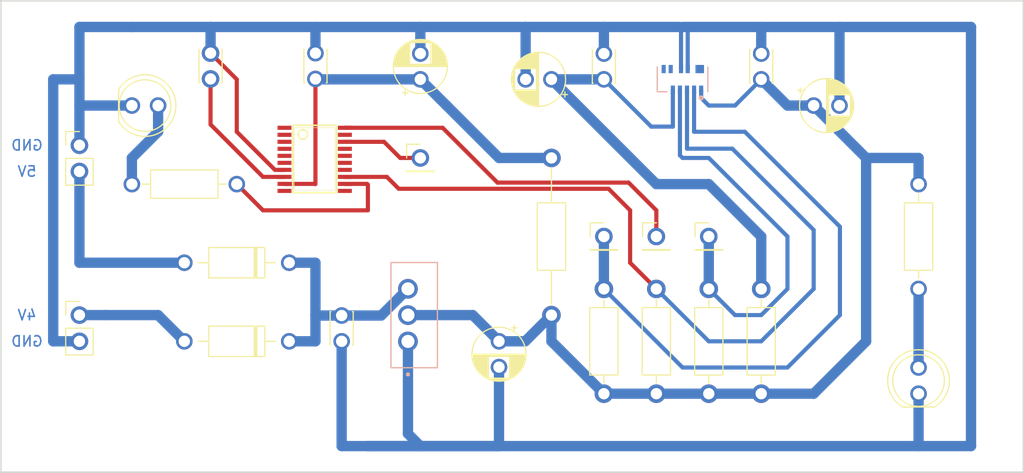
<source format=kicad_pcb>
(kicad_pcb (version 20211014) (generator pcbnew)
  (layers (0 "F.Cu" signal) (31 "B.Cu" signal) (34 "B.Paste" user) (35 "F.Paste" user) (36 "B.SilkS" user "B.Silkscreen") (37 "F.SilkS" user "F.Silkscreen") (38 "B.Mask" user) (39 "F.Mask" user) (44 "Edge.Cuts" user))
  (net 0 "")
  (net 1 "+3.3V")
  (net 2 "GND")
  (net 3 "Net-(C3-Pad2)")
  (net 4 "Net-(C8-Pad1)")
  (net 15 "Net-(IC1-Pad18)")
  (net 20 "Net-(C5-Pad2)")
  (net 21 "+4V")
  (net 22 "Net-(J2-Pad1)")
  (net 23 "Net-(D3-Pad2)")
  (net 24 "Net-(IC1-Pad20)")
  (net 26 "Net-(D4-Pad2)")
  (net 27 "Net-(J3-Pad1)")
  (net 28 "+5V")
  (net 30 "Net-(R7-Pad2)")
  (net 31 "Net-(IC1-Pad13)")
  (footprint "safety sensor:TSSOP20" (layer "F.Cu") (at 48.26 33.02 -90)
    (fp_text reference "IC1" hide)
    (fp_text value "STM8S003F3P6")
    (pad "1" smd rect (at -2.925 3 270) (size 0.4 1.35) (layers "F.Cu" "F.Paste" "F.Mask"))
    (pad "2" smd rect (at -2.245 3 270) (size 0.4 1.35) (layers "F.Cu" "F.Paste" "F.Mask"))
    (pad "3" smd rect (at -1.565 3 270) (size 0.4 1.35) (layers "F.Cu" "F.Paste" "F.Mask"))
    (pad "4" smd rect (at -0.885 3 270) (size 0.4 1.35) (layers "F.Cu" "F.Paste" "F.Mask"))
    (pad "5" smd rect (at -0.205 3 270) (size 0.4 1.35) (layers "F.Cu" "F.Paste" "F.Mask"))
    (pad "6" smd rect (at 0.475 3 270) (size 0.4 1.35) (layers "F.Cu" "F.Paste" "F.Mask"))
    (pad "7" smd rect (at 1.155 3 270) (size 0.4 1.35) (layers "F.Cu" "F.Paste" "F.Mask") (net 2 "GND"))
    (pad "8" smd rect (at 1.835 3 270) (size 0.4 1.35) (layers "F.Cu" "F.Paste" "F.Mask") (net 3 "Net-(C3-Pad2)"))
    (pad "9" smd rect (at 2.515 3 270) (size 0.4 1.35) (layers "F.Cu" "F.Paste" "F.Mask") (net 1 "+3.3V"))
    (pad "10" smd rect (at 3.195 3 270) (size 0.4 1.35) (layers "F.Cu" "F.Paste" "F.Mask"))
    (pad "11" smd rect (at 3.195 -2.85 270) (size 0.4 1.35) (layers "F.Cu" "F.Paste" "F.Mask"))
    (pad "12" smd rect (at 2.515 -2.85 270) (size 0.4 1.35) (layers "F.Cu" "F.Paste" "F.Mask") (net 30 "Net-(R7-Pad2)"))
    (pad "13" smd rect (at 1.835 -2.85 270) (size 0.4 1.35) (layers "F.Cu" "F.Paste" "F.Mask") (net 31 "Net-(IC1-Pad13)"))
    (pad "14" smd rect (at 1.155 -2.85 270) (size 0.4 1.35) (layers "F.Cu" "F.Paste" "F.Mask"))
    (pad "15" smd rect (at 0.475 -2.85 270) (size 0.4 1.35) (layers "F.Cu" "F.Paste" "F.Mask"))
    (pad "16" smd rect (at -0.205 -2.85 270) (size 0.4 1.35) (layers "F.Cu" "F.Paste" "F.Mask"))
    (pad "17" smd rect (at -0.885 -2.85 270) (size 0.4 1.35) (layers "F.Cu" "F.Paste" "F.Mask"))
    (pad "18" smd rect (at -1.565 -2.85 270) (size 0.4 1.35) (layers "F.Cu" "F.Paste" "F.Mask") (net 15 "Net-(IC1-Pad18)"))
    (pad "19" smd rect (at -2.245 -2.85 270) (size 0.4 1.35) (layers "F.Cu" "F.Paste" "F.Mask"))
    (pad "20" smd rect (at -2.925 -2.85 270) (size 0.4 1.35) (layers "F.Cu" "F.Paste" "F.Mask") (net 24 "Net-(IC1-Pad20)"))
  )
  (footprint "Resistor_THT:R_Axial_DIN0207_L6.3mm_D2.5mm_P10.16mm_Horizontal" (layer "F.Cu") (at 106.68 45.72 90)
    (fp_text reference "R6" hide)
    (fp_text value "1k")
    (pad "1" thru_hole circle (at 0 0 90) (size 1.6 1.6) (drill 1.1) (layers *.Cu *.Mask) (net 23 "Net-(D3-Pad2)"))
    (pad "2" thru_hole oval (at 10.16 0 90) (size 1.6 1.6) (drill 1.1) (layers *.Cu *.Mask) (net 1 "+3.3V"))
  )
  (footprint "Connector_PinHeader_2.54mm:PinHeader_1x01_P2.54mm_Vertical" (layer "F.Cu") (at 86.36 40.64)
    (fp_text reference "J3" hide)
    (fp_text value "Conn_01x01" hide)
    (pad "1" thru_hole circle (at 0 0) (size 1.7 1.7) (drill 1.1) (layers *.Cu *.Mask) (net 27 "Net-(J3-Pad1)"))
  )
  (footprint "Resistor_THT:R_Axial_DIN0207_L6.3mm_D2.5mm_P10.16mm_Horizontal" (layer "F.Cu") (at 81.28 45.72 -90)
    (fp_text reference "R1" hide)
    (fp_text value "10K")
    (pad "1" thru_hole circle (at 0 0 270) (size 1.8 1.8) (drill 1.1) (layers *.Cu *.Mask) (net 31 "Net-(IC1-Pad13)"))
    (pad "2" thru_hole oval (at 10.16 0 270) (size 1.8 1.8) (drill 1.1) (layers *.Cu *.Mask) (net 1 "+3.3V"))
  )
  (footprint "Capacitor_THT:CP_Radial_D5.0mm_P2.50mm" (layer "F.Cu") (at 58.42 25.4 90)
    (fp_text reference "C4" hide)
    (fp_text value "1uF")
    (pad "1" thru_hole circle (at 0 0 90) (size 1.6 1.6) (drill 1.1) (layers *.Cu *.Mask) (net 1 "+3.3V"))
    (pad "2" thru_hole circle (at 2.5 0 90) (size 1.6 1.6) (drill 1.1) (layers *.Cu *.Mask) (net 2 "GND"))
  )
  (footprint "Connector_PinHeader_2.54mm:PinHeader_1x01_P2.54mm_Vertical" (layer "F.Cu") (at 76.2 40.64)
    (fp_text reference "J2" hide)
    (fp_text value "Conn_01x01" hide)
    (pad "1" thru_hole circle (at 0 0) (size 1.7 1.7) (drill 1.1) (layers *.Cu *.Mask) (net 22 "Net-(J2-Pad1)"))
  )
  (footprint "Capacitor_THT:CP_Radial_D5.0mm_P2.50mm" (layer "F.Cu") (at 96.52 27.94)
    (fp_text reference "C1" hide)
    (fp_text value "22uF")
    (pad "1" thru_hole circle (at 0 0) (size 1.6 1.6) (drill 1.1) (layers *.Cu *.Mask) (net 1 "+3.3V"))
    (pad "2" thru_hole circle (at 2.5 0) (size 1.6 1.6) (drill 1.1) (layers *.Cu *.Mask) (net 2 "GND"))
  )
  (footprint "LED_THT:LED_D5.0mm" (layer "F.Cu") (at 30.48 27.94)
    (fp_text reference "D4" hide)
    (fp_text value "LED")
    (pad "1" thru_hole circle (at 0 0) (size 1.6 1.6) (drill 1.1) (layers *.Cu *.Mask) (net 2 "GND"))
    (pad "2" thru_hole circle (at 2.54 0) (size 1.6 1.6) (drill 1.1) (layers *.Cu *.Mask) (net 26 "Net-(D4-Pad2)"))
  )
  (footprint "Resistor_THT:R_Axial_DIN0207_L6.3mm_D2.5mm_P15.24mm_Horizontal" (layer "F.Cu") (at 71.12 33.02 -90)
    (fp_text reference "R5" hide)
    (fp_text value "0")
    (pad "1" thru_hole circle (at 0 0 270) (size 1.8 1.8) (drill 1.1) (layers *.Cu *.Mask) (net 1 "+3.3V"))
    (pad "2" thru_hole circle (at 15.24 0 270) (size 1.8 1.8) (drill 1.1) (layers *.Cu *.Mask) (net 1 "+3.3V"))
  )
  (footprint "Resistor_THT:R_Axial_DIN0207_L6.3mm_D2.5mm_P10.16mm_Horizontal" (layer "F.Cu") (at 86.36 55.88 90)
    (fp_text reference "R3" hide)
    (fp_text value "4.7K")
    (pad "1" thru_hole circle (at 0 0 90) (size 1.8 1.8) (drill 1.1) (layers *.Cu *.Mask) (net 1 "+3.3V"))
    (pad "2" thru_hole oval (at 10.16 0 90) (size 1.8 1.8) (drill 1.1) (layers *.Cu *.Mask) (net 27 "Net-(J3-Pad1)"))
  )
  (footprint "Capacitor_THT:CP_Radial_D5.0mm_P2.50mm" (layer "F.Cu") (at 66.04 50.8 -90)
    (fp_text reference "C6" hide)
    (fp_text value "10uF")
    (pad "1" thru_hole circle (at 0 0 270) (size 1.6 1.6) (drill 1.1) (layers *.Cu *.Mask) (net 1 "+3.3V"))
    (pad "2" thru_hole circle (at 2.5 0 270) (size 1.6 1.6) (drill 1.1) (layers *.Cu *.Mask) (net 2 "GND"))
  )
  (footprint "Connector_PinHeader_2.54mm:PinHeader_1x01_P2.54mm_Vertical" (layer "F.Cu") (at 58.42 33.02)
    (fp_text reference "J6" hide)
    (fp_text value "Conn_01x01" hide)
    (pad "1" thru_hole circle (at 0 0) (size 1.7 1.7) (drill 1.1) (layers *.Cu *.Mask) (net 15 "Net-(IC1-Pad18)"))
  )
  (footprint "Connector_PinHeader_2.54mm:PinHeader_1x02_P2.54mm_Vertical" (layer "F.Cu") (at 25.4 48.26)
    (fp_text reference "J5" hide)
    (fp_text value "Conn_01x02" hide)
    (pad "1" thru_hole oval (at 0 0) (size 1.7 1.7) (drill 1.1) (layers *.Cu *.Mask) (net 21 "+4V"))
    (pad "2" thru_hole oval (at 0 2.54) (size 1.7 1.7) (drill 1.1) (layers *.Cu *.Mask) (net 2 "GND"))
  )
  (footprint "Resistor_THT:R_Axial_DIN0207_L6.3mm_D2.5mm_P10.16mm_Horizontal" (layer "F.Cu") (at 76.2 55.88 90)
    (fp_text reference "R2" hide)
    (fp_text value "4.7K")
    (pad "1" thru_hole circle (at 0 0 90) (size 1.8 1.8) (drill 1.1) (layers *.Cu *.Mask) (net 1 "+3.3V"))
    (pad "2" thru_hole oval (at 10.16 0 90) (size 1.8 1.8) (drill 1.1) (layers *.Cu *.Mask) (net 22 "Net-(J2-Pad1)"))
  )
  (footprint "Capacitor_THT:CP_Radial_D5.0mm_P2.50mm" (layer "F.Cu") (at 71.12 25.4 180)
    (fp_text reference "C9" hide)
    (fp_text value "10uF")
    (pad "1" thru_hole circle (at 0 0 180) (size 1.6 1.6) (drill 1.1) (layers *.Cu *.Mask) (net 4 "Net-(C8-Pad1)"))
    (pad "2" thru_hole circle (at 2.5 0 180) (size 1.6 1.6) (drill 1.1) (layers *.Cu *.Mask) (net 2 "GND"))
  )
  (footprint "Resistor_THT:R_Axial_DIN0207_L6.3mm_D2.5mm_P10.16mm_Horizontal" (layer "F.Cu") (at 30.48 35.56)
    (fp_text reference "R7" hide)
    (fp_text value "1k")
    (pad "1" thru_hole circle (at 0 0) (size 1.6 1.6) (drill 1.1) (layers *.Cu *.Mask) (net 26 "Net-(D4-Pad2)"))
    (pad "2" thru_hole oval (at 10.16 0) (size 1.6 1.6) (drill 1.1) (layers *.Cu *.Mask) (net 30 "Net-(R7-Pad2)"))
  )
  (footprint "Diode_THT:D_DO-41_SOD81_P10.16mm_Horizontal" (layer "F.Cu") (at 45.72 50.8 180)
    (fp_text reference "D2" hide)
    (fp_text value "1N5817")
    (pad "1" thru_hole circle (at 0 0 180) (size 1.6 1.6) (drill 1.1) (layers *.Cu *.Mask) (net 20 "Net-(C5-Pad2)"))
    (pad "2" thru_hole circle (at 10.16 0 180) (size 1.6 1.6) (drill 1.1) (layers *.Cu *.Mask) (net 21 "+4V"))
  )
  (footprint "Connector_PinHeader_2.54mm:PinHeader_1x01_P2.54mm_Vertical" (layer "F.Cu") (at 81.28 40.64)
    (fp_text reference "J4" hide)
    (fp_text value "Conn_01x01" hide)
    (pad "1" thru_hole circle (at 0 0) (size 1.7 1.7) (drill 1.1) (layers *.Cu *.Mask) (net 24 "Net-(IC1-Pad20)"))
  )
  (footprint "Capacitor_THT:C_Disc_D3.0mm_W2.0mm_P2.50mm" (layer "F.Cu") (at 50.8 50.8 90)
    (fp_text reference "C5" hide)
    (fp_text value "100nF")
    (pad "1" thru_hole circle (at 0 0 90) (size 1.6 1.6) (drill 1.1) (layers *.Cu *.Mask) (net 2 "GND"))
    (pad "2" thru_hole circle (at 2.5 0 90) (size 1.6 1.6) (drill 1.1) (layers *.Cu *.Mask) (net 20 "Net-(C5-Pad2)"))
  )
  (footprint "Resistor_THT:R_Axial_DIN0207_L6.3mm_D2.5mm_P10.16mm_Horizontal" (layer "F.Cu") (at 91.44 55.88 90)
    (fp_text reference "R4" hide)
    (fp_text value "10")
    (pad "1" thru_hole circle (at 0 0 90) (size 1.8 1.8) (drill 1.1) (layers *.Cu *.Mask) (net 1 "+3.3V"))
    (pad "2" thru_hole oval (at 10.16 0 90) (size 1.8 1.8) (drill 1.1) (layers *.Cu *.Mask) (net 4 "Net-(C8-Pad1)"))
  )
  (footprint "Connector_PinHeader_2.54mm:PinHeader_1x02_P2.54mm_Vertical" (layer "F.Cu") (at 25.4 31.79)
    (fp_text reference "J1" hide)
    (fp_text value "Conn_01x02" hide)
    (pad "1" thru_hole circle (at 0 0) (size 1.7 1.7) (drill 1.1) (layers *.Cu *.Mask) (net 2 "GND"))
    (pad "2" thru_hole circle (at 0 2.54) (size 1.7 1.7) (drill 1.1) (layers *.Cu *.Mask) (net 28 "+5V"))
  )
  (footprint "Capacitor_THT:C_Disc_D3.0mm_W2.0mm_P2.50mm" (layer "F.Cu") (at 48.26 25.36 90)
    (fp_text reference "C7" hide)
    (fp_text value "100nF")
    (pad "1" thru_hole circle (at 0 0 90) (size 1.6 1.6) (drill 1.1) (layers *.Cu *.Mask) (net 1 "+3.3V"))
    (pad "2" thru_hole circle (at 2.5 0 90) (size 1.6 1.6) (drill 1.1) (layers *.Cu *.Mask) (net 2 "GND"))
  )
  (footprint "Capacitor_THT:C_Disc_D3.0mm_W2.0mm_P2.50mm" (layer "F.Cu") (at 38.1 22.86 -90)
    (fp_text reference "C3" hide)
    (fp_text value "100nF")
    (pad "1" thru_hole circle (at 0 0 270) (size 1.7 1.7) (drill 1.1) (layers *.Cu *.Mask) (net 2 "GND"))
    (pad "2" thru_hole circle (at 2.5 0 270) (size 1.7 1.7) (drill 1.1) (layers *.Cu *.Mask) (net 3 "Net-(C3-Pad2)"))
  )
  (footprint "Diode_THT:D_DO-41_SOD81_P10.16mm_Horizontal" (layer "F.Cu") (at 45.72 43.18 180)
    (fp_text reference "D1" hide)
    (fp_text value "1N5817")
    (pad "1" thru_hole circle (at 0 0 180) (size 1.6 1.6) (drill 1.1) (layers *.Cu *.Mask) (net 20 "Net-(C5-Pad2)"))
    (pad "2" thru_hole circle (at 10.16 0 180) (size 1.6 1.6) (drill 1.1) (layers *.Cu *.Mask) (net 28 "+5V"))
  )
  (footprint "Capacitor_THT:C_Disc_D3.0mm_W2.0mm_P2.50mm" (layer "F.Cu") (at 76.2 25.4 90)
    (fp_text reference "C8" hide)
    (fp_text value "100nF")
    (pad "1" thru_hole circle (at 0 0 90) (size 1.6 1.6) (drill 1.1) (layers *.Cu *.Mask) (net 4 "Net-(C8-Pad1)"))
    (pad "2" thru_hole circle (at 2.5 0 90) (size 1.6 1.6) (drill 1.1) (layers *.Cu *.Mask) (net 2 "GND"))
  )
  (footprint "Capacitor_THT:C_Disc_D3.0mm_W2.0mm_P2.50mm" (layer "F.Cu") (at 91.44 22.9 -90)
    (fp_text reference "C2" hide)
    (fp_text value "100nF")
    (pad "1" thru_hole circle (at 0 0 270) (size 1.6 1.6) (drill 1.1) (layers *.Cu *.Mask) (net 2 "GND"))
    (pad "2" thru_hole circle (at 2.5 0 270) (size 1.6 1.6) (drill 1.1) (layers *.Cu *.Mask) (net 1 "+3.3V"))
  )
  (footprint "LED_THT:LED_D5.0mm" (layer "F.Cu") (at 106.68 55.88 90)
    (fp_text reference "D3" hide)
    (fp_text value "LED")
    (pad "1" thru_hole circle (at 0 0 90) (size 1.6 1.6) (drill 1.1) (layers *.Cu *.Mask) (net 2 "GND"))
    (pad "2" thru_hole circle (at 2.54 0 90) (size 1.6 1.6) (drill 1.1) (layers *.Cu *.Mask) (net 23 "Net-(D3-Pad2)"))
  )
  (footprint "safety sensor:TO255P1020X450X1968-3" (layer "B.Cu") (at 57.825 48.26 90)
    (fp_text reference "U1" hide)
    (fp_text value "LD1117V33")
    (pad "1" thru_hole oval locked (at -2.55 -0.605 90) (size 1.91 1.91) (drill 1.27) (layers *.Cu *.Mask) (net 2 "GND"))
    (pad "2" thru_hole circle locked (at 0 -0.605 90) (size 1.91 1.91) (drill 1.27) (layers *.Cu *.Mask) (net 1 "+3.3V"))
    (pad "3" thru_hole circle locked (at 2.55 -0.605 90) (size 1.91 1.91) (drill 1.27) (layers *.Cu *.Mask) (net 20 "Net-(C5-Pad2)"))
  )
  (footprint "safety sensor:XDCR_VCNL3020-GS08" (layer "B.Cu") (at 83.82 25.4 90)
    (fp_text reference "U2" hide)
    (fp_text value "VCNL3020-GS08")
    (pad "1" smd rect locked (at -1 1.8) (size 0.4 0.8) (layers "B.Cu" "B.Paste" "B.Mask") (net 1 "+3.3V"))
    (pad "2" smd rect locked (at -1 1.115 180) (size 0.4 0.8) (layers "B.Cu" "B.Paste" "B.Mask") (net 22 "Net-(J2-Pad1)"))
    (pad "3" smd rect locked (at -1 0.43 180) (size 0.4 0.8) (layers "B.Cu" "B.Paste" "B.Mask") (net 31 "Net-(IC1-Pad13)"))
    (pad "4" smd rect locked (at -1 -0.255 180) (size 0.4 0.8) (layers "B.Cu" "B.Paste" "B.Mask") (net 27 "Net-(J3-Pad1)"))
    (pad "5" smd rect locked (at -1 -0.94 180) (size 0.4 0.8) (layers "B.Cu" "B.Paste" "B.Mask") (net 4 "Net-(C8-Pad1)"))
    (pad "6" smd rect locked (at 1 -1.83) (size 0.4 0.8) (layers "B.Cu" "B.Paste" "B.Mask"))
    (pad "7" smd rect locked (at 1 -1.15) (size 0.4 0.8) (layers "B.Cu" "B.Paste" "B.Mask"))
    (pad "8" smd rect locked (at 1 -0.15) (size 0.4 0.8) (layers "B.Cu" "B.Paste" "B.Mask") (net 2 "GND"))
    (pad "9" smd rect locked (at 1 0.5) (size 0.4 0.8) (layers "B.Cu" "B.Paste" "B.Mask") (net 2 "GND"))
    (pad "10" smd rect locked (at 1 1.665) (size 0.83 0.8) (layers "B.Cu" "B.Paste" "B.Mask"))
  )
  (gr_rect (start 17.78 17.78) (end 116.84 63.5) (layer "Edge.Cuts") (width 0.15) (fill none))
  (gr_text "GND" (at 20.32 31.79) (layer "B.Cu") (effects (font (size 1 1)) (justify mirror)))
  (gr_text "5V\n" (at 20.32 34.33) (layer "B.Cu") (effects (font (size 1 1)) (justify mirror)))
  (gr_text "4V\n" (at 20.32 48.26) (layer "B.Cu") (effects (font (size 1 1)) (justify mirror)))
  (gr_text "GND" (at 20.32 50.8) (layer "B.Cu") (effects (font (size 1 1)) (justify mirror)))
  (segment (start 45.26 35.535) (end 48.235 35.535) (width 0.4) (layer "F.Cu") (net 1))
  (segment (start 48.26 35.56) (end 48.26 25.36) (width 0.4) (layer "F.Cu") (net 1))
  (segment (start 48.235 35.535) (end 48.26 35.56) (width 0.25) (layer "F.Cu") (net 1))
  (segment (start 66.04 50.8) (end 68.58 50.8) (width 1) (layer "B.Cu") (net 1))
  (segment (start 63.5 48.26) (end 66.04 50.8) (width 1) (layer "B.Cu") (net 1))
  (segment (start 68.58 50.8) (end 71.12 48.26) (width 1) (layer "B.Cu") (net 1))
  (segment (start 57.22 48.26) (end 63.5 48.26) (width 1) (layer "B.Cu") (net 1))
  (segment (start 101.6 50.8) (end 101.6 33.02) (width 1) (layer "B.Cu") (net 1))
  (segment (start 85.62 26.4) (end 85.62 27.2) (width 0.4) (layer "B.Cu") (net 1))
  (segment (start 71.12 48.26) (end 71.12 50.8) (width 1) (layer "B.Cu") (net 1))
  (segment (start 81.28 55.88) (end 76.2 55.88) (width 1) (layer "B.Cu") (net 1))
  (segment (start 86.36 27.94) (end 88.9 27.94) (width 0.4) (layer "B.Cu") (net 1))
  (segment (start 58.42 25.4) (end 48.26 25.4) (width 1) (layer "B.Cu") (net 1))
  (segment (start 91.44 55.88) (end 96.52 55.88) (width 1) (layer "B.Cu") (net 1))
  (segment (start 101.6 33.02) (end 96.52 27.94) (width 1) (layer "B.Cu") (net 1))
  (segment (start 88.9 27.94) (end 91.44 25.4) (width 0.4) (layer "B.Cu") (net 1))
  (segment (start 93.98 27.94) (end 91.44 25.4) (width 1) (layer "B.Cu") (net 1))
  (segment (start 60.96 27.94) (end 58.42 25.4) (width 1) (layer "B.Cu") (net 1))
  (segment (start 81.28 55.88) (end 86.36 55.88) (width 1) (layer "B.Cu") (net 1))
  (segment (start 91.44 55.88) (end 86.36 55.88) (width 1) (layer "B.Cu") (net 1))
  (segment (start 66.04 33.02) (end 71.12 33.02) (width 1) (layer "B.Cu") (net 1))
  (segment (start 106.68 35.56) (end 106.68 33.02) (width 1) (layer "B.Cu") (net 1))
  (segment (start 71.12 50.8) (end 76.2 55.88) (width 1) (layer "B.Cu") (net 1))
  (segment (start 66.04 33.02) (end 60.96 27.94) (width 1) (layer "B.Cu") (net 1))
  (segment (start 96.52 55.88) (end 101.6 50.8) (width 1) (layer "B.Cu") (net 1))
  (segment (start 96.52 27.94) (end 93.98 27.94) (width 1) (layer "B.Cu") (net 1))
  (segment (start 106.68 33.02) (end 101.6 33.02) (width 1) (layer "B.Cu") (net 1))
  (segment (start 85.62 27.2) (end 86.36 27.94) (width 0.4) (layer "B.Cu") (net 1))
  (segment (start 40.64 25.4) (end 40.64 30.48) (width 0.4) (layer "F.Cu") (net 2))
  (segment (start 38.1 22.86) (end 40.64 25.4) (width 0.4) (layer "F.Cu") (net 2))
  (segment (start 44.335 34.175) (end 45.26 34.175) (width 0.4) (layer "F.Cu") (net 2))
  (segment (start 40.64 30.48) (end 44.335 34.175) (width 0.4) (layer "F.Cu") (net 2))
  (segment (start 68.62 20.36) (end 68.62 25.4) (width 1) (layer "B.Cu") (net 2))
  (segment (start 99.02 20.36) (end 99.02 27.94) (width 1) (layer "B.Cu") (net 2))
  (segment (start 66.04 60.96) (end 53.34 60.96) (width 1) (layer "B.Cu") (net 2))
  (segment (start 84.32 24.4) (end 84.32 20.82) (width 0.4) (layer "B.Cu") (net 2))
  (segment (start 68.58 20.32) (end 68.62 20.36) (width 1) (layer "B.Cu") (net 2))
  (segment (start 50.8 60.96) (end 50.8 50.8) (width 1) (layer "B.Cu") (net 2))
  (segment (start 91.44 22.9) (end 91.44 20.32) (width 1) (layer "B.Cu") (net 2))
  (segment (start 25.4 50.8) (end 22.86 50.8) (width 1) (layer "B.Cu") (net 2))
  (segment (start 58.42 22.9) (end 58.42 20.32) (width 1) (layer "B.Cu") (net 2))
  (segment (start 22.86 25.4) (end 25.4 25.4) (width 1) (layer "B.Cu") (net 2))
  (segment (start 66.04 53.3) (end 66.04 60.96) (width 1) (layer "B.Cu") (net 2))
  (segment (start 99.06 20.32) (end 83.82 20.32) (width 1) (layer "B.Cu") (net 2))
  (segment (start 38.1 22.86) (end 38.1 20.32) (width 1) (layer "B.Cu") (net 2))
  (segment (start 58.42 20.32) (end 68.58 20.32) (width 1) (layer "B.Cu") (net 2))
  (segment (start 30.48 27.94) (end 25.4 27.94) (width 1) (layer "B.Cu") (net 2))
  (segment (start 111.76 20.32) (end 99.06 20.32) (width 1) (layer "B.Cu") (net 2))
  (segment (start 48.26 22.9) (end 48.26 20.32) (width 1) (layer "B.Cu") (net 2))
  (segment (start 57.22 50.81) (end 57.22 59.76) (width 1) (layer "B.Cu") (net 2))
  (segment (start 83.52 20.32) (end 83.67 20.47) (width 0.25) (layer "B.Cu") (net 2))
  (segment (start 25.4 20.32) (end 30.48 20.32) (width 1) (layer "B.Cu") (net 2))
  (segment (start 22.86 50.8) (end 22.86 25.4) (width 1) (layer "B.Cu") (net 2))
  (segment (start 53.34 60.96) (end 50.8 60.96) (width 1) (layer "B.Cu") (net 2))
  (segment (start 106.68 55.88) (end 106.68 60.96) (width 1) (layer "B.Cu") (net 2))
  (segment (start 83.67 20.47) (end 83.82 20.32) (width 0.25) (layer "B.Cu") (net 2))
  (segment (start 111.76 60.96) (end 111.76 20.32) (width 1) (layer "B.Cu") (net 2))
  (segment (start 57.22 59.76) (end 58.42 60.96) (width 1) (layer "B.Cu") (net 2))
  (segment (start 30.48 20.32) (end 38.1 20.32) (width 1) (layer "B.Cu") (net 2))
  (segment (start 83.67 24.4) (end 83.67 20.47) (width 0.4) (layer "B.Cu") (net 2))
  (segment (start 99.06 20.32) (end 99.02 20.36) (width 1) (layer "B.Cu") (net 2))
  (segment (start 68.58 20.32) (end 76.2 20.32) (width 1) (layer "B.Cu") (net 2))
  (segment (start 38.1 20.32) (end 58.42 20.32) (width 1) (layer "B.Cu") (net 2))
  (segment (start 84.32 20.82) (end 83.82 20.32) (width 0.25) (layer "B.Cu") (net 2))
  (segment (start 25.4 31.79) (end 25.4 20.32) (width 1) (layer "B.Cu") (net 2))
  (segment (start 76.2 20.32) (end 83.52 20.32) (width 1) (layer "B.Cu") (net 2))
  (segment (start 53.34 60.96) (end 111.76 60.96) (width 1) (layer "B.Cu") (net 2))
  (segment (start 76.2 22.9) (end 76.2 20.32) (width 1) (layer "B.Cu") (net 2))
  (segment (start 45.26 34.855) (end 43.18 34.855) (width 0.4) (layer "F.Cu") (net 3))
  (segment (start 43.18 34.855) (end 38.1 29.775) (width 0.4) (layer "F.Cu") (net 3))
  (segment (start 38.1 29.775) (end 38.1 25.36) (width 0.4) (layer "F.Cu") (net 3))
  (segment (start 81.28 35.56) (end 71.12 25.4) (width 1) (layer "B.Cu") (net 4))
  (segment (start 82.88 26.4) (end 82.88 29.981396) (width 0.4) (layer "B.Cu") (net 4))
  (segment (start 91.44 45.72) (end 91.44 40.64) (width 1) (layer "B.Cu") (net 4))
  (segment (start 80.781396 29.981396) (end 76.2 25.4) (width 0.4) (layer "B.Cu") (net 4))
  (segment (start 71.12 25.4) (end 76.2 25.4) (width 1) (layer "B.Cu") (net 4))
  (segment (start 82.88 29.981396) (end 80.781396 29.981396) (width 0.4) (layer "B.Cu") (net 4))
  (segment (start 86.36 35.56) (end 81.28 35.56) (width 1) (layer "B.Cu") (net 4))
  (segment (start 91.44 40.64) (end 86.36 35.56) (width 1) (layer "B.Cu") (net 4))
  (segment (start 54.905 31.455) (end 51.11 31.455) (width 0.4) (layer "F.Cu") (net 15))
  (segment (start 56.47 33.02) (end 54.905 31.455) (width 0.4) (layer "F.Cu") (net 15))
  (segment (start 58.42 33.02) (end 56.47 33.02) (width 0.4) (layer "F.Cu") (net 15))
  (segment (start 48.26 48.26) (end 48.3 48.3) (width 0.25) (layer "B.Cu") (net 20))
  (segment (start 54.63 48.3) (end 57.22 45.71) (width 1) (layer "B.Cu") (net 20))
  (segment (start 48.26 48.26) (end 48.26 50.8) (width 1) (layer "B.Cu") (net 20))
  (segment (start 48.26 50.8) (end 45.72 50.8) (width 1) (layer "B.Cu") (net 20))
  (segment (start 48.3 48.3) (end 50.8 48.3) (width 1) (layer "B.Cu") (net 20))
  (segment (start 50.8 48.3) (end 54.63 48.3) (width 1) (layer "B.Cu") (net 20))
  (segment (start 48.26 43.18) (end 48.26 48.26) (width 1) (layer "B.Cu") (net 20))
  (segment (start 45.72 43.18) (end 48.26 43.18) (width 1) (layer "B.Cu") (net 20))
  (segment (start 33.02 48.26) (end 35.56 50.8) (width 1) (layer "B.Cu") (net 21))
  (segment (start 27.94 48.26) (end 33.02 48.26) (width 1) (layer "B.Cu") (net 21))
  (segment (start 25.4 48.26) (end 27.94 48.26) (width 1) (layer "B.Cu") (net 21))
  (segment (start 99.06 48.26) (end 99.06 39.685406) (width 0.4) (layer "B.Cu") (net 22))
  (segment (start 76.2 45.72) (end 76.2 40.64) (width 1) (layer "B.Cu") (net 22))
  (segment (start 93.98 53.34) (end 99.06 48.26) (width 0.4) (layer "B.Cu") (net 22))
  (segment (start 83.82 53.34) (end 93.98 53.34) (width 0.4) (layer "B.Cu") (net 22))
  (segment (start 99.06 39.685406) (end 89.854594 30.48) (width 0.4) (layer "B.Cu") (net 22))
  (segment (start 89.854594 30.48) (end 84.935 30.48) (width 0.4) (layer "B.Cu") (net 22))
  (segment (start 76.2 45.72) (end 83.82 53.34) (width 0.4) (layer "B.Cu") (net 22))
  (segment (start 84.935 30.48) (end 84.935 26.4) (width 0.4) (layer "B.Cu") (net 22))
  (segment (start 106.68 53.34) (end 106.68 45.72) (width 1) (layer "B.Cu") (net 23))
  (segment (start 81.28 38.1) (end 78.59 35.41) (width 0.4) (layer "F.Cu") (net 24))
  (segment (start 65.89 35.41) (end 60.575 30.095) (width 0.4) (layer "F.Cu") (net 24))
  (segment (start 78.59 35.41) (end 65.89 35.41) (width 0.4) (layer "F.Cu") (net 24))
  (segment (start 81.28 40.64) (end 81.28 38.1) (width 0.4) (layer "F.Cu") (net 24))
  (segment (start 60.575 30.095) (end 51.11 30.095) (width 0.4) (layer "F.Cu") (net 24))
  (segment (start 30.48 33.02) (end 33.02 30.48) (width 1) (layer "B.Cu") (net 26))
  (segment (start 30.48 35.56) (end 30.48 33.02) (width 1) (layer "B.Cu") (net 26))
  (segment (start 33.02 30.48) (end 33.02 27.94) (width 1) (layer "B.Cu") (net 26))
  (segment (start 93.98 40.64) (end 93.98 45.72) (width 0.4) (layer "B.Cu") (net 27))
  (segment (start 86.36 33.02) (end 93.98 40.64) (width 0.4) (layer "B.Cu") (net 27))
  (segment (start 88.9 48.26) (end 86.36 45.72) (width 0.4) (layer "B.Cu") (net 27))
  (segment (start 83.565 32.765) (end 83.82 33.02) (width 0.4) (layer "B.Cu") (net 27))
  (segment (start 83.565 26.4) (end 83.565 32.765) (width 0.4) (layer "B.Cu") (net 27))
  (segment (start 91.44 48.26) (end 88.9 48.26) (width 0.4) (layer "B.Cu") (net 27))
  (segment (start 83.82 33.02) (end 86.36 33.02) (width 0.4) (layer "B.Cu") (net 27))
  (segment (start 86.36 45.72) (end 86.36 40.64) (width 1) (layer "B.Cu") (net 27))
  (segment (start 93.98 45.72) (end 91.44 48.26) (width 0.4) (layer "B.Cu") (net 27))
  (segment (start 25.4 34.33) (end 25.4 43.18) (width 1) (layer "B.Cu") (net 28))
  (segment (start 25.4 43.18) (end 35.56 43.18) (width 1) (layer "B.Cu") (net 28))
  (segment (start 43.18 38.1) (end 40.64 35.56) (width 0.4) (layer "F.Cu") (net 30))
  (segment (start 53.34 38.1) (end 43.18 38.1) (width 0.4) (layer "F.Cu") (net 30))
  (segment (start 51.11 35.535) (end 53.265 35.535) (width 0.4) (layer "F.Cu") (net 30))
  (segment (start 53.34 35.61) (end 53.34 38.1) (width 0.4) (layer "F.Cu") (net 30))
  (segment (start 53.265 35.535) (end 53.34 35.61) (width 0.4) (layer "F.Cu") (net 30))
  (segment (start 51.11 34.855) (end 55.175 34.855) (width 0.4) (layer "F.Cu") (net 31))
  (segment (start 78.74 43.18) (end 81.28 45.72) (width 0.4) (layer "F.Cu") (net 31))
  (segment (start 78.74 38.1) (end 78.74 43.18) (width 0.4) (layer "F.Cu") (net 31))
  (segment (start 56.33 36.01) (end 76.65 36.01) (width 0.4) (layer "F.Cu") (net 31))
  (segment (start 55.175 34.855) (end 56.33 36.01) (width 0.4) (layer "F.Cu") (net 31))
  (segment (start 76.65 36.01) (end 78.74 38.1) (width 0.4) (layer "F.Cu") (net 31))
  (segment (start 84.25 26.4) (end 84.25 32.12) (width 0.4) (layer "B.Cu") (net 31))
  (segment (start 84.25 32.12) (end 88.635 32.12) (width 0.4) (layer "B.Cu") (net 31))
  (segment (start 86.36 50.8) (end 81.28 45.72) (width 0.4) (layer "B.Cu") (net 31))
  (segment (start 96.52 45.72) (end 91.44 50.8) (width 0.4) (layer "B.Cu") (net 31))
  (segment (start 91.44 50.8) (end 86.36 50.8) (width 0.4) (layer "B.Cu") (net 31))
  (segment (start 88.635 32.12) (end 96.52 40.005) (width 0.4) (layer "B.Cu") (net 31))
  (segment (start 96.52 40.005) (end 96.52 45.72) (width 0.4) (layer "B.Cu") (net 31))
)
</source>
